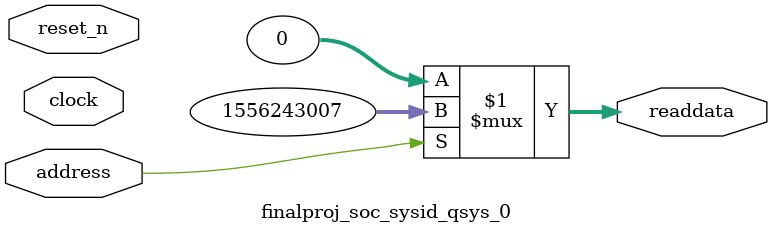
<source format=v>



// synthesis translate_off
`timescale 1ns / 1ps
// synthesis translate_on

// turn off superfluous verilog processor warnings 
// altera message_level Level1 
// altera message_off 10034 10035 10036 10037 10230 10240 10030 

module finalproj_soc_sysid_qsys_0 (
               // inputs:
                address,
                clock,
                reset_n,

               // outputs:
                readdata
             )
;

  output  [ 31: 0] readdata;
  input            address;
  input            clock;
  input            reset_n;

  wire    [ 31: 0] readdata;
  //control_slave, which is an e_avalon_slave
  assign readdata = address ? 1556243007 : 0;

endmodule



</source>
